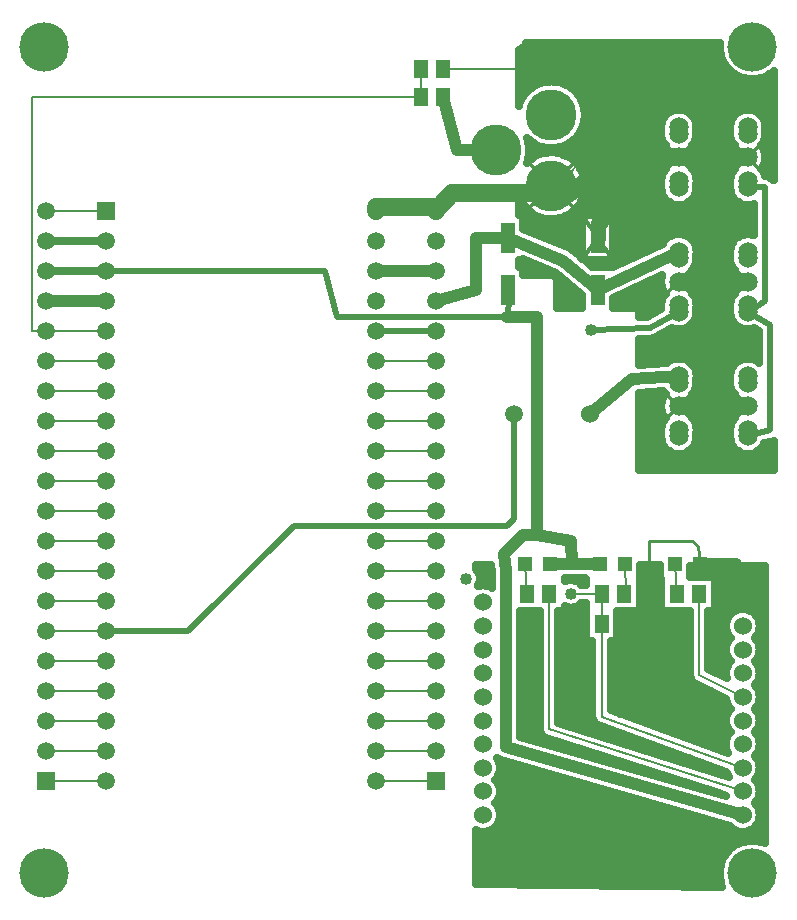
<source format=gtl>
G04 DipTrace 3.2.0.1*
G04 CM904_plus.gtl*
%MOIN*%
G04 #@! TF.FileFunction,Copper,L1,Top*
G04 #@! TF.Part,Single*
G04 #@! TA.AperFunction,CopperBalancing*
%ADD14C,0.025*%
G04 #@! TA.AperFunction,Conductor*
%ADD15C,0.02*%
G04 #@! TA.AperFunction,ViaPad*
%ADD16C,0.04*%
G04 #@! TA.AperFunction,Conductor*
%ADD17C,0.008*%
%ADD18C,0.01*%
G04 #@! TA.AperFunction,ComponentPad*
%ADD19C,0.06*%
G04 #@! TA.AperFunction,Conductor*
%ADD20C,0.05*%
G04 #@! TA.AperFunction,CopperBalancing*
%ADD21C,0.012992*%
%ADD23R,0.05X0.1*%
G04 #@! TA.AperFunction,ComponentPad*
%ADD24R,0.059055X0.059055*%
%ADD25C,0.059055*%
%ADD26C,0.17*%
%ADD28C,0.065199*%
%ADD29R,0.051181X0.059055*%
%ADD30R,0.047244X0.047244*%
G04 #@! TA.AperFunction,ComponentPad*
%ADD31C,0.06*%
G04 #@! TA.AperFunction,ViaPad*
%ADD33C,0.165*%
%FSLAX26Y26*%
G04*
G70*
G90*
G75*
G01*
G04 Top*
%LPD*%
X723386Y2523701D2*
D14*
X523386D1*
X723386D2*
D15*
X1453403D1*
X1493934Y2372437D1*
X2059385D1*
X2074693Y2458688D1*
X2063386Y2461201D1*
X2059385Y2372437D2*
D16*
X2159104D1*
Y1645242D1*
X2114064D1*
X2049916Y1581093D1*
X2055971Y1524394D1*
Y937497D1*
X2846457Y711299D1*
X2372047Y1548701D2*
X2276223D1*
X2204725D1*
X2276223D2*
X2273386Y1623701D1*
X2159104Y1645242D1*
X523386Y2623701D2*
D14*
X723386D1*
X523386Y2323701D2*
D17*
X723386D1*
X1773386Y3198701D2*
Y3103701D1*
X478386D1*
Y2323701D1*
X523386D1*
X1823386Y1723701D2*
X1623386D1*
X1823386Y1623701D2*
X1623386D1*
Y1523701D2*
X1823386D1*
X523386Y1323701D2*
X723386D1*
D15*
X998386D1*
X1350244Y1675558D1*
X2061244D1*
X2082433Y1696748D1*
Y2048701D1*
X523386Y923701D2*
D17*
X723386D1*
X1823386Y1323701D2*
X1623386D1*
Y1023701D2*
X1823386D1*
Y2323701D2*
D15*
X1623386D1*
X2863386Y2803701D2*
X2921891D1*
Y2424361D1*
X2878386Y2393701D1*
X2863386Y2388701D1*
X2938386Y2343701D1*
Y1993665D1*
X2863386Y1973701D1*
X2633386Y2388701D2*
X2537228Y2334918D1*
X2342370Y2329390D1*
X523386Y2423701D2*
D16*
X723386D1*
X1623386Y2523701D2*
X1823386D1*
X1848189Y3103701D2*
X1893347Y2926811D1*
X2023347D1*
X2704725Y1548701D2*
X2823386D1*
X2846457Y1419961D1*
X2450788Y1348701D2*
D18*
X2533386D1*
Y1624109D1*
X2678488D1*
X2696284Y1606314D1*
X2704725Y1548701D1*
X1823386Y2423701D2*
D16*
X1958386Y2461201D1*
Y2636201D1*
X2063386D1*
X2248386Y2558701D1*
X2363386Y2461201D1*
X2633386Y2588701D1*
X2338386Y2048701D2*
X2478386Y2163701D1*
X2633386Y2173701D1*
X2622047Y1548701D2*
D17*
X2625984Y1448701D1*
X2700788D2*
Y1178688D1*
X2846457Y1105000D1*
X2122047Y1548701D2*
X2125984Y1448701D1*
X523386Y2723701D2*
X665386D1*
X723386D1*
X523386Y2223701D2*
X723386D1*
X523386Y2123701D2*
X723386D1*
X523386Y2023701D2*
X723386D1*
X523386Y1723701D2*
X723386D1*
X523386Y1623701D2*
X723386D1*
X523386Y1523701D2*
X723386D1*
X523386Y1423701D2*
X723386D1*
X523386Y1223701D2*
X723386D1*
X523386Y1123701D2*
X723386D1*
X523386Y1023701D2*
X723386D1*
X523386Y823701D2*
X723386D1*
X1623386D2*
X1823386D1*
X1623386Y923701D2*
X1823386D1*
X1623386Y1123701D2*
X1823386D1*
X1623386Y1223701D2*
X1823386D1*
X1623386Y1423701D2*
X1823386D1*
X1623386Y1823701D2*
X1823386D1*
X1623386Y1923701D2*
X1823386D1*
X1623386Y2023701D2*
X1823386D1*
X1623386Y2123701D2*
X1823386D1*
X1623386Y2223701D2*
X1823386D1*
X2454725Y1548701D2*
X2458386Y1458701D1*
X2450788Y1448701D1*
X723386Y1823701D2*
X523386D1*
X2200788Y1448701D2*
Y996689D1*
X2846457Y790040D1*
X523386Y1923701D2*
X723386D1*
X2375984Y1448701D2*
Y1348701D1*
Y1038202D1*
X2846457Y868780D1*
X2273386Y1448701D2*
X2375984D1*
X1823386Y2723701D2*
D19*
Y2738701D1*
X1623386D1*
Y2723701D1*
X2208386Y2808701D2*
Y2783701D1*
X1878386D1*
X1833386Y2738701D1*
X1823386D1*
X1848189Y3198701D2*
D17*
X2318386D1*
X2393386Y2998701D1*
X2223386Y2793701D1*
D19*
X2247418Y2769670D1*
X2208386Y2808701D1*
X2633386Y2903701D2*
X2753386D1*
X2863386D1*
X2633386Y2488701D2*
X2753386D1*
X2768529D1*
X2863386D1*
X2753386D2*
Y2903701D1*
X2247418Y2769670D2*
X2368386Y2846919D1*
X2459635Y2903701D1*
X2633386D1*
X2363386Y2636201D2*
D20*
X2368386Y2748701D1*
D19*
Y2846919D1*
X2633386Y2073701D2*
X2768529D1*
X2863386D1*
X2768529Y2488701D2*
Y2073701D1*
D16*
X2342370Y2329390D3*
X2273386Y1448701D3*
D33*
X516496Y516811D3*
X2878701D3*
X516496Y3272717D3*
X2878701D3*
D16*
X1923386Y1498701D3*
X2103404Y3261332D2*
D14*
X2767788D1*
X2103404Y3236463D2*
X2773421D1*
X2103404Y3211595D2*
X2785945D1*
X2103404Y3186726D2*
X2809234D1*
X2103404Y3161857D2*
X2948393D1*
X2103404Y3136988D2*
X2143008D1*
X2273782D2*
X2948393D1*
X2103404Y3112120D2*
X2116920D1*
X2299834D2*
X2948393D1*
X2314044Y3087251D2*
X2948393D1*
X2321006Y3062382D2*
X2623928D1*
X2642842D2*
X2853946D1*
X2872871D2*
X2948393D1*
X2322118Y3037513D2*
X2582410D1*
X2684333D2*
X2812428D1*
X2914351D2*
X2948393D1*
X2317597Y3012645D2*
X2572470D1*
X2694309D2*
X2802488D1*
X2924291D2*
X2948393D1*
X2306616Y2987776D2*
X2572039D1*
X2694739D2*
X2802021D1*
X2924721D2*
X2948393D1*
X2286413Y2962907D2*
X2575125D1*
X2691653D2*
X2805107D1*
X2921671D2*
X2948393D1*
X2136776Y2938038D2*
X2174155D1*
X2242599D2*
X2582805D1*
X2683974D2*
X2812786D1*
X2913992D2*
X2948393D1*
X2136489Y2913170D2*
X2166943D1*
X2249847D2*
X2572542D1*
X2694201D2*
X2802559D1*
X2924219D2*
X2948393D1*
X2288961Y2888301D2*
X2573834D1*
X2692945D2*
X2803851D1*
X2922927D2*
X2948393D1*
X2308016Y2863432D2*
X2586034D1*
X2680745D2*
X2816016D1*
X2910726D2*
X2948393D1*
X2318314Y2838563D2*
X2573367D1*
X2693376D2*
X2803385D1*
X2935164D2*
X2948393D1*
X2322262Y2813694D2*
X2572649D1*
X2694129D2*
X2802631D1*
X2320575Y2788826D2*
X2573690D1*
X2693089D2*
X2803708D1*
X2313004Y2763957D2*
X2587147D1*
X2679632D2*
X2817164D1*
X2103404Y2739088D2*
X2118786D1*
X2297968D2*
X2882904D1*
X2103404Y2714219D2*
X2146704D1*
X2270086D2*
X2882904D1*
X2117363Y2689351D2*
X2309403D1*
X2417391D2*
X2882904D1*
X2118691Y2664482D2*
X2309403D1*
X2417391D2*
X2882904D1*
X2178079Y2639613D2*
X2309403D1*
X2417391D2*
X2600890D1*
X2665889D2*
X2830872D1*
X2237431Y2614744D2*
X2309403D1*
X2417391D2*
X2577171D1*
X2688926D2*
X2807834D1*
X2286019Y2589876D2*
X2309403D1*
X2417391D2*
X2524493D1*
X2694955D2*
X2801806D1*
X2417391Y2565007D2*
X2471815D1*
X2694919D2*
X2801842D1*
X2103404Y2540138D2*
X2169885D1*
X2344689D2*
X2419173D1*
X2688280D2*
X2808480D1*
X2117363Y2515269D2*
X2225219D1*
X2688675D2*
X2808121D1*
X2228389Y2490400D2*
X2254536D1*
X2536598D2*
X2571824D1*
X2694955D2*
X2801806D1*
X2228389Y2465532D2*
X2283889D1*
X2483920D2*
X2576525D1*
X2690254D2*
X2806543D1*
X2228389Y2440663D2*
X2309403D1*
X2431278D2*
X2580400D1*
X2686378D2*
X2810382D1*
X2228389Y2415794D2*
X2309403D1*
X2417391D2*
X2572075D1*
X2694704D2*
X2802093D1*
X2503190Y2390925D2*
X2560090D1*
X2694919D2*
X2801842D1*
X2690469Y2366057D2*
X2806291D1*
X2671020Y2341188D2*
X2825741D1*
X2581238Y2316319D2*
X2899411D1*
X2503369Y2291450D2*
X2899411D1*
X2503369Y2266582D2*
X2899411D1*
X2503369Y2241713D2*
X2899411D1*
X2503369Y2216844D2*
X2577494D1*
X2676259D2*
X2820501D1*
X2692084Y2191975D2*
X2804677D1*
X2694596Y2167107D2*
X2802165D1*
X2694094Y2142238D2*
X2802667D1*
X2503369Y2117369D2*
X2583343D1*
X2683436D2*
X2813325D1*
X2503369Y2092500D2*
X2574874D1*
X2691905D2*
X2804856D1*
X2503369Y2067631D2*
X2572111D1*
X2694668D2*
X2802093D1*
X2503369Y2042763D2*
X2580544D1*
X2686235D2*
X2810526D1*
X2503369Y2017894D2*
X2576417D1*
X2690362D2*
X2806435D1*
X2503369Y1993025D2*
X2571824D1*
X2694955D2*
X2801842D1*
X2503369Y1968156D2*
X2572039D1*
X2694704D2*
X2802057D1*
X2503369Y1943288D2*
X2580221D1*
X2686558D2*
X2810239D1*
X2916540D2*
X2948393D1*
X2503369Y1918419D2*
X2610005D1*
X2656774D2*
X2840022D1*
X2886756D2*
X2948393D1*
X2503369Y1893550D2*
X2948393D1*
X2503369Y1868681D2*
X2948393D1*
X2100851Y2537693D2*
X2114878D1*
Y2511175D1*
X2215341Y2511047D1*
X2218170Y2510250D1*
X2220733Y2508814D1*
X2222891Y2506819D1*
X2224524Y2504376D1*
X2225541Y2501619D1*
X2225886Y2498697D1*
Y2401204D1*
X2311888Y2401201D1*
X2311894Y2443882D1*
X2223809Y2518585D1*
X2114879Y2564223D1*
X2114878Y2559709D1*
X2100919D1*
X2100886Y2537705D1*
X2100851Y2712693D2*
X2114878D1*
Y2665003D1*
X2269343Y2600202D1*
X2275577Y2596413D1*
X2299473Y2576341D1*
X2311872Y2565829D1*
X2311894Y2712693D1*
X2414878D1*
Y2559709D1*
X2319089D1*
X2345045Y2537703D1*
X2414878Y2537693D1*
Y2536939D1*
X2580568Y2615174D1*
X2585580Y2623434D1*
X2591602Y2630485D1*
X2598653Y2636507D1*
X2606559Y2641352D1*
X2615126Y2644901D1*
X2624142Y2647065D1*
X2633386Y2647793D1*
X2642630Y2647065D1*
X2651646Y2644901D1*
X2660213Y2641352D1*
X2668119Y2636507D1*
X2675170Y2630485D1*
X2681192Y2623434D1*
X2686037Y2615528D1*
X2689586Y2606961D1*
X2691750Y2597945D1*
X2692478Y2588701D1*
X2691750Y2579457D1*
X2691492Y2578159D1*
X2692296Y2572077D1*
Y2562805D1*
X2690845Y2553646D1*
X2687980Y2544828D1*
X2683770Y2536566D1*
X2678320Y2529064D1*
X2677422Y2528093D1*
X2682376Y2521743D1*
X2686097Y2515411D1*
X2689003Y2508666D1*
X2691050Y2501613D1*
X2692206Y2494360D1*
X2692449Y2486864D1*
X2691765Y2479552D1*
X2690179Y2472381D1*
X2687716Y2465462D1*
X2684414Y2458902D1*
X2680323Y2452802D1*
X2677451Y2449340D1*
X2681192Y2444694D1*
X2686037Y2436788D1*
X2689586Y2428221D1*
X2691750Y2419205D1*
X2692478Y2409961D1*
X2691750Y2400717D1*
X2691492Y2399419D1*
X2692296Y2393337D1*
Y2384065D1*
X2690845Y2374906D1*
X2687980Y2366088D1*
X2683770Y2357826D1*
X2678320Y2350324D1*
X2671763Y2343767D1*
X2664261Y2338317D1*
X2655999Y2334107D1*
X2647181Y2331242D1*
X2638022Y2329791D1*
X2628750D1*
X2619591Y2331242D1*
X2610657Y2334160D1*
X2552143Y2301613D1*
X2546750Y2299690D1*
X2541122Y2298634D1*
X2500851Y2297379D1*
X2500886Y2211756D1*
X2594030Y2217751D1*
X2598653Y2221507D1*
X2606559Y2226352D1*
X2615126Y2229901D1*
X2624142Y2232065D1*
X2633386Y2232793D1*
X2642630Y2232065D1*
X2651646Y2229901D1*
X2660213Y2226352D1*
X2668119Y2221507D1*
X2675170Y2215485D1*
X2681192Y2208434D1*
X2686037Y2200528D1*
X2689586Y2191961D1*
X2691750Y2182945D1*
X2692478Y2173701D1*
X2691750Y2164457D1*
X2691492Y2163159D1*
X2692296Y2157077D1*
Y2147805D1*
X2690845Y2138646D1*
X2687980Y2129828D1*
X2683770Y2121566D1*
X2678320Y2114064D1*
X2677422Y2113093D1*
X2682376Y2106743D1*
X2686097Y2100411D1*
X2689003Y2093666D1*
X2691050Y2086613D1*
X2692206Y2079360D1*
X2692449Y2071864D1*
X2691765Y2064552D1*
X2690179Y2057381D1*
X2687716Y2050462D1*
X2684414Y2043902D1*
X2680323Y2037802D1*
X2677451Y2034340D1*
X2681192Y2029694D1*
X2686037Y2021788D1*
X2689586Y2013221D1*
X2691750Y2004205D1*
X2692478Y1994961D1*
X2691750Y1985717D1*
X2691492Y1984419D1*
X2692296Y1978337D1*
Y1969065D1*
X2690845Y1959906D1*
X2687980Y1951088D1*
X2683770Y1942826D1*
X2678320Y1935324D1*
X2671763Y1928767D1*
X2664261Y1923317D1*
X2655999Y1919107D1*
X2647181Y1916242D1*
X2638022Y1914791D1*
X2628750D1*
X2619591Y1916242D1*
X2610773Y1919107D1*
X2602511Y1923317D1*
X2595009Y1928767D1*
X2588452Y1935324D1*
X2583002Y1942826D1*
X2578792Y1951088D1*
X2575927Y1959906D1*
X2574476Y1969065D1*
Y1978337D1*
X2575280Y1984243D1*
X2574476Y1990325D1*
Y1999597D1*
X2575927Y2008756D1*
X2578792Y2017574D1*
X2583002Y2025836D1*
X2588452Y2033338D1*
X2589350Y2034309D1*
X2585401Y2039215D1*
X2581494Y2045434D1*
X2578388Y2052089D1*
X2576132Y2059078D1*
X2574760Y2066294D1*
X2574294Y2073623D1*
X2574741Y2080954D1*
X2576094Y2088173D1*
X2578331Y2095168D1*
X2581420Y2101831D1*
X2585310Y2108060D1*
X2589327Y2113068D1*
X2585580Y2117708D1*
X2581753Y2123796D1*
X2500911Y2118566D1*
X2500886Y1861168D1*
X2950897Y1861201D1*
X2950886Y1959404D1*
X2938896Y1956038D1*
X2917708Y1950398D1*
X2913770Y1942826D1*
X2908320Y1935324D1*
X2901763Y1928767D1*
X2894261Y1923317D1*
X2885999Y1919107D1*
X2877181Y1916242D1*
X2868022Y1914791D1*
X2858750D1*
X2849591Y1916242D1*
X2840773Y1919107D1*
X2832511Y1923317D1*
X2825009Y1928767D1*
X2818452Y1935324D1*
X2813002Y1942826D1*
X2808792Y1951088D1*
X2805927Y1959906D1*
X2804476Y1969065D1*
Y1978337D1*
X2805280Y1984243D1*
X2804476Y1990325D1*
Y1999597D1*
X2805927Y2008756D1*
X2808792Y2017574D1*
X2813002Y2025836D1*
X2818452Y2033338D1*
X2819350Y2034309D1*
X2815401Y2039215D1*
X2811494Y2045434D1*
X2808388Y2052089D1*
X2806132Y2059078D1*
X2804760Y2066294D1*
X2804294Y2073623D1*
X2804741Y2080954D1*
X2806094Y2088173D1*
X2808331Y2095168D1*
X2811420Y2101831D1*
X2815310Y2108060D1*
X2819327Y2113068D1*
X2815580Y2117708D1*
X2810735Y2125614D1*
X2807186Y2134181D1*
X2805022Y2143197D1*
X2804294Y2152441D1*
X2805022Y2161685D1*
X2805280Y2162983D1*
X2804476Y2169065D1*
Y2178337D1*
X2805927Y2187496D1*
X2808792Y2196314D1*
X2813002Y2204576D1*
X2818452Y2212078D1*
X2825009Y2218635D1*
X2832511Y2224085D1*
X2840773Y2228295D1*
X2849591Y2231160D1*
X2858750Y2232611D1*
X2868022D1*
X2877181Y2231160D1*
X2885999Y2228295D1*
X2894261Y2224085D1*
X2901883Y2218524D1*
X2901894Y2323046D1*
X2884440Y2333512D1*
X2877181Y2331242D1*
X2868022Y2329791D1*
X2858750D1*
X2849591Y2331242D1*
X2840773Y2334107D1*
X2832511Y2338317D1*
X2825009Y2343767D1*
X2818452Y2350324D1*
X2813002Y2357826D1*
X2808792Y2366088D1*
X2805927Y2374906D1*
X2804476Y2384065D1*
Y2393337D1*
X2805280Y2399243D1*
X2804476Y2405325D1*
Y2414597D1*
X2805927Y2423756D1*
X2808792Y2432574D1*
X2813002Y2440836D1*
X2818452Y2448338D1*
X2819350Y2449309D1*
X2815401Y2454215D1*
X2811494Y2460434D1*
X2808388Y2467089D1*
X2806132Y2474078D1*
X2804760Y2481294D1*
X2804294Y2488623D1*
X2804741Y2495954D1*
X2806094Y2503173D1*
X2808331Y2510168D1*
X2811420Y2516831D1*
X2815310Y2523060D1*
X2819327Y2528068D1*
X2815580Y2532708D1*
X2810735Y2540614D1*
X2807186Y2549181D1*
X2805022Y2558197D1*
X2804294Y2567441D1*
X2805022Y2576685D1*
X2805280Y2577983D1*
X2804476Y2584065D1*
Y2593337D1*
X2805927Y2602496D1*
X2808792Y2611314D1*
X2813002Y2619576D1*
X2818452Y2627078D1*
X2825009Y2633635D1*
X2832511Y2639085D1*
X2840773Y2643295D1*
X2849591Y2646160D1*
X2858750Y2647611D1*
X2868022D1*
X2877181Y2646160D1*
X2885404Y2643514D1*
X2885399Y2748862D1*
X2877181Y2746242D1*
X2868022Y2744791D1*
X2858750D1*
X2849591Y2746242D1*
X2840773Y2749107D1*
X2832511Y2753317D1*
X2825009Y2758767D1*
X2818452Y2765324D1*
X2813002Y2772826D1*
X2808792Y2781088D1*
X2805927Y2789906D1*
X2804476Y2799065D1*
Y2808337D1*
X2805280Y2814243D1*
X2804476Y2820325D1*
Y2829597D1*
X2805927Y2838756D1*
X2808792Y2847574D1*
X2813002Y2855836D1*
X2818452Y2863338D1*
X2819350Y2864309D1*
X2815401Y2869215D1*
X2811494Y2875434D1*
X2808388Y2882089D1*
X2806132Y2889078D1*
X2804760Y2896294D1*
X2804294Y2903623D1*
X2804741Y2910954D1*
X2806094Y2918173D1*
X2808331Y2925168D1*
X2811420Y2931831D1*
X2815310Y2938060D1*
X2819327Y2943068D1*
X2815580Y2947708D1*
X2810735Y2955614D1*
X2807186Y2964181D1*
X2805022Y2973197D1*
X2804294Y2982441D1*
X2805022Y2991685D1*
X2805280Y2992983D1*
X2804476Y2999065D1*
Y3008337D1*
X2805927Y3017496D1*
X2808792Y3026314D1*
X2813002Y3034576D1*
X2818452Y3042078D1*
X2825009Y3048635D1*
X2832511Y3054085D1*
X2840773Y3058295D1*
X2849591Y3061160D1*
X2858750Y3062611D1*
X2868022D1*
X2877181Y3061160D1*
X2885999Y3058295D1*
X2894261Y3054085D1*
X2901763Y3048635D1*
X2908320Y3042078D1*
X2913770Y3034576D1*
X2917980Y3026314D1*
X2920845Y3017496D1*
X2922296Y3008337D1*
Y2999065D1*
X2921492Y2993159D1*
X2922296Y2987077D1*
Y2977805D1*
X2920845Y2968646D1*
X2917980Y2959828D1*
X2913770Y2951566D1*
X2908320Y2944064D1*
X2907422Y2943093D1*
X2912376Y2936743D1*
X2916097Y2930411D1*
X2919003Y2923666D1*
X2921050Y2916613D1*
X2922206Y2909360D1*
X2922449Y2901864D1*
X2921765Y2894552D1*
X2920179Y2887381D1*
X2917716Y2880462D1*
X2914414Y2873902D1*
X2910323Y2867802D1*
X2907451Y2864340D1*
X2911192Y2859694D1*
X2916037Y2851788D1*
X2919586Y2843221D1*
X2920437Y2840203D1*
X2927600Y2839744D1*
X2933168Y2838407D1*
X2938458Y2836216D1*
X2943341Y2833224D1*
X2947695Y2829505D1*
X2949647Y2827392D1*
X2950886Y2831641D1*
Y3191021D1*
X2942765Y3184540D1*
X2935649Y3179786D1*
X2928182Y3175604D1*
X2920410Y3172021D1*
X2912381Y3169059D1*
X2904145Y3166736D1*
X2895751Y3165067D1*
X2887252Y3164061D1*
X2878701Y3163725D1*
X2870150Y3164061D1*
X2861651Y3165067D1*
X2853257Y3166736D1*
X2845021Y3169059D1*
X2836992Y3172021D1*
X2829220Y3175604D1*
X2821753Y3179786D1*
X2814637Y3184540D1*
X2807916Y3189839D1*
X2801632Y3195648D1*
X2795823Y3201932D1*
X2790525Y3208653D1*
X2785770Y3215769D1*
X2781588Y3223235D1*
X2778006Y3231007D1*
X2775043Y3239036D1*
X2772720Y3247273D1*
X2771051Y3255667D1*
X2770045Y3264165D1*
X2769709Y3272717D1*
X2770045Y3281268D1*
X2770473Y3286201D1*
X2125311D1*
X2123128Y3280999D1*
X2119931Y3275782D1*
X2115958Y3271129D1*
X2111305Y3267156D1*
X2106088Y3263959D1*
X2100895Y3261787D1*
X2100886Y3074461D1*
X2105381Y3087588D1*
X2109046Y3095538D1*
X2113323Y3103176D1*
X2118187Y3110455D1*
X2123607Y3117330D1*
X2129549Y3123758D1*
X2135978Y3129701D1*
X2142853Y3135120D1*
X2150132Y3139984D1*
X2157770Y3144262D1*
X2165720Y3147927D1*
X2173933Y3150957D1*
X2182359Y3153333D1*
X2190945Y3155041D1*
X2199638Y3156070D1*
X2208386Y3156413D1*
X2217134Y3156070D1*
X2225827Y3155041D1*
X2234413Y3153333D1*
X2242839Y3150957D1*
X2251052Y3147927D1*
X2259002Y3144262D1*
X2266640Y3139984D1*
X2273919Y3135120D1*
X2280794Y3129701D1*
X2287223Y3123758D1*
X2293165Y3117330D1*
X2298585Y3110455D1*
X2303449Y3103176D1*
X2307726Y3095538D1*
X2311391Y3087588D1*
X2314421Y3079374D1*
X2316798Y3070949D1*
X2318505Y3062363D1*
X2319534Y3053669D1*
X2319878Y3044921D1*
X2319534Y3036174D1*
X2318505Y3027480D1*
X2316798Y3018894D1*
X2314421Y3010469D1*
X2311391Y3002255D1*
X2307726Y2994305D1*
X2303449Y2986667D1*
X2298585Y2979388D1*
X2293165Y2972513D1*
X2287223Y2966085D1*
X2280794Y2960142D1*
X2273919Y2954723D1*
X2266640Y2949859D1*
X2259002Y2945581D1*
X2251052Y2941916D1*
X2242839Y2938886D1*
X2234413Y2936510D1*
X2225827Y2934802D1*
X2217134Y2933773D1*
X2208386Y2933429D1*
X2199638Y2933773D1*
X2190945Y2934802D1*
X2182359Y2936510D1*
X2173933Y2938886D1*
X2165720Y2941916D1*
X2157770Y2945581D1*
X2150132Y2949859D1*
X2142853Y2954723D1*
X2135978Y2960142D1*
X2129549Y2966085D1*
X2126323Y2969575D1*
X2129382Y2961264D1*
X2131758Y2952839D1*
X2133466Y2944252D1*
X2134495Y2935559D1*
X2134839Y2926811D1*
X2134495Y2918064D1*
X2133466Y2909370D1*
X2131758Y2900784D1*
X2129382Y2892358D1*
X2126614Y2884489D1*
X2134495Y2892191D1*
X2143097Y2899077D1*
X2152337Y2905080D1*
X2162125Y2910142D1*
X2172364Y2914214D1*
X2182956Y2917254D1*
X2193795Y2919234D1*
X2204778Y2920135D1*
X2215795Y2919947D1*
X2226740Y2918672D1*
X2237506Y2916323D1*
X2247988Y2912923D1*
X2258082Y2908505D1*
X2267691Y2903111D1*
X2276721Y2896796D1*
X2285084Y2889620D1*
X2292697Y2881654D1*
X2299486Y2872975D1*
X2305386Y2863669D1*
X2310338Y2853825D1*
X2314295Y2843541D1*
X2317217Y2832916D1*
X2319075Y2822055D1*
X2319853Y2811063D1*
X2319636Y2801357D1*
X2318368Y2790411D1*
X2316025Y2779644D1*
X2312631Y2769161D1*
X2308219Y2759063D1*
X2302831Y2749451D1*
X2296521Y2740418D1*
X2289351Y2732051D1*
X2281389Y2724433D1*
X2272714Y2717638D1*
X2263411Y2711733D1*
X2253570Y2706775D1*
X2243288Y2702813D1*
X2232665Y2699885D1*
X2221805Y2698019D1*
X2210814Y2697235D1*
X2199799Y2697540D1*
X2188868Y2698931D1*
X2178127Y2701394D1*
X2167683Y2704905D1*
X2157635Y2709430D1*
X2148084Y2714924D1*
X2139121Y2721335D1*
X2130835Y2728599D1*
X2123307Y2736645D1*
X2116610Y2745395D1*
X2110809Y2754764D1*
X2105961Y2764660D1*
X2102114Y2774985D1*
X2100885Y2779149D1*
X2100886Y2712676D1*
X2414878Y2434095D2*
Y2401225D1*
X2490341Y2401047D1*
X2493170Y2400250D1*
X2495733Y2398814D1*
X2497891Y2396819D1*
X2499524Y2394376D1*
X2500541Y2391619D1*
X2500886Y2388697D1*
Y2370364D1*
X2527432Y2371251D1*
X2575022Y2397945D1*
X2575280Y2399243D1*
X2574476Y2405325D1*
Y2414597D1*
X2575927Y2423756D1*
X2578792Y2432574D1*
X2583002Y2440836D1*
X2588452Y2448338D1*
X2589350Y2449309D1*
X2585401Y2454215D1*
X2581494Y2460434D1*
X2578388Y2467089D1*
X2576132Y2474078D1*
X2574760Y2481294D1*
X2574294Y2488623D1*
X2574741Y2495954D1*
X2576094Y2503173D1*
X2578331Y2510168D1*
X2578898Y2511557D1*
X2414906Y2434115D1*
X2692296Y2999065D2*
X2691492Y2993159D1*
X2692296Y2987077D1*
Y2977805D1*
X2690845Y2968646D1*
X2687980Y2959828D1*
X2683770Y2951566D1*
X2678320Y2944064D1*
X2677422Y2943093D1*
X2682376Y2936743D1*
X2686097Y2930411D1*
X2689003Y2923666D1*
X2691050Y2916613D1*
X2692206Y2909360D1*
X2692449Y2901864D1*
X2691765Y2894552D1*
X2690179Y2887381D1*
X2687716Y2880462D1*
X2684414Y2873902D1*
X2680323Y2867802D1*
X2677451Y2864340D1*
X2681192Y2859694D1*
X2686037Y2851788D1*
X2689586Y2843221D1*
X2691750Y2834205D1*
X2692478Y2824961D1*
X2691750Y2815717D1*
X2691492Y2814419D1*
X2692296Y2808337D1*
Y2799065D1*
X2690845Y2789906D1*
X2687980Y2781088D1*
X2683770Y2772826D1*
X2678320Y2765324D1*
X2671763Y2758767D1*
X2664261Y2753317D1*
X2655999Y2749107D1*
X2647181Y2746242D1*
X2638022Y2744791D1*
X2628750D1*
X2619591Y2746242D1*
X2610773Y2749107D1*
X2602511Y2753317D1*
X2595009Y2758767D1*
X2588452Y2765324D1*
X2583002Y2772826D1*
X2578792Y2781088D1*
X2575927Y2789906D1*
X2574476Y2799065D1*
Y2808337D1*
X2575280Y2814243D1*
X2574476Y2820325D1*
Y2829597D1*
X2575927Y2838756D1*
X2578792Y2847574D1*
X2583002Y2855836D1*
X2588452Y2863338D1*
X2589350Y2864309D1*
X2585401Y2869215D1*
X2581494Y2875434D1*
X2578388Y2882089D1*
X2576132Y2889078D1*
X2574760Y2896294D1*
X2574294Y2903623D1*
X2574741Y2910954D1*
X2576094Y2918173D1*
X2578331Y2925168D1*
X2581420Y2931831D1*
X2585310Y2938060D1*
X2589327Y2943068D1*
X2585580Y2947708D1*
X2580735Y2955614D1*
X2577186Y2964181D1*
X2575022Y2973197D1*
X2574294Y2982441D1*
X2575022Y2991685D1*
X2575280Y2992983D1*
X2574476Y2999065D1*
Y3008337D1*
X2575927Y3017496D1*
X2578792Y3026314D1*
X2583002Y3034576D1*
X2588452Y3042078D1*
X2595009Y3048635D1*
X2602511Y3054085D1*
X2610773Y3058295D1*
X2619591Y3061160D1*
X2628750Y3062611D1*
X2638022D1*
X2647181Y3061160D1*
X2655999Y3058295D1*
X2664261Y3054085D1*
X2671763Y3048635D1*
X2678320Y3042078D1*
X2683770Y3034576D1*
X2687980Y3026314D1*
X2690845Y3017496D1*
X2692296Y3008337D1*
Y2999065D1*
X2311914Y2712663D2*
D21*
X2414858Y2559739D1*
Y2712663D2*
X2311914Y2559739D1*
X2129575Y2887512D2*
X2287197Y2729890D1*
Y2887512D2*
X2129575Y2729890D1*
X2591627Y2945460D2*
X2675145Y2861942D1*
Y2945460D2*
X2591627Y2861942D1*
X2821627Y2945460D2*
X2905145Y2861942D1*
Y2945460D2*
X2821627Y2861942D1*
Y2530460D2*
X2863386Y2488701D1*
X2821627Y2446942D1*
X2633386Y2488701D2*
X2675145Y2446942D1*
Y2530460D2*
X2591627Y2446942D1*
Y2115460D2*
X2675145Y2031942D1*
Y2115460D2*
X2591627Y2031942D1*
X2821627Y2115460D2*
X2863386Y2073701D1*
X2821627Y2031942D1*
X1966514Y1521332D2*
D14*
X2006979D1*
X2507324D2*
X2569428D1*
X2674652D2*
X2918402D1*
X1972327Y1496463D2*
X2006979D1*
X2255382D2*
X2321396D1*
X2505387D2*
X2571401D1*
X2755356D2*
X2918402D1*
X2505387Y1471595D2*
X2571401D1*
X2755356D2*
X2918402D1*
X2505387Y1446726D2*
X2571401D1*
X2755356D2*
X2918402D1*
X2505387Y1421857D2*
X2571401D1*
X2755356D2*
X2918402D1*
X2255382Y1396988D2*
X2321396D1*
X2505387D2*
X2571401D1*
X2755356D2*
X2834935D1*
X2857985D2*
X2918402D1*
X2104955Y1372120D2*
X2167812D1*
X2233779D2*
X2321396D1*
X2430568D2*
X2667786D1*
X2733789D2*
X2796646D1*
X2896237D2*
X2918402D1*
X2104955Y1347251D2*
X2167812D1*
X2233779D2*
X2321396D1*
X2430568D2*
X2667786D1*
X2733789D2*
X2787783D1*
X2905136D2*
X2918402D1*
X2104955Y1322382D2*
X2167812D1*
X2233779D2*
X2321396D1*
X2430568D2*
X2667786D1*
X2733789D2*
X2790690D1*
X2902230D2*
X2918402D1*
X2104955Y1297513D2*
X2167812D1*
X2233779D2*
X2321396D1*
X2430568D2*
X2667786D1*
X2733789D2*
X2799625D1*
X2893259D2*
X2918402D1*
X2104955Y1272645D2*
X2167812D1*
X2233779D2*
X2342999D1*
X2408966D2*
X2667786D1*
X2733789D2*
X2788393D1*
X2904526D2*
X2918402D1*
X2104955Y1247776D2*
X2167812D1*
X2233779D2*
X2342999D1*
X2408966D2*
X2667786D1*
X2733789D2*
X2789398D1*
X2903486D2*
X2918402D1*
X2104955Y1222907D2*
X2167812D1*
X2233779D2*
X2342999D1*
X2408966D2*
X2667786D1*
X2733789D2*
X2803249D1*
X2889670D2*
X2918402D1*
X2104955Y1198038D2*
X2167812D1*
X2233779D2*
X2342999D1*
X2408966D2*
X2667786D1*
X2733789D2*
X2789290D1*
X2903593D2*
X2918402D1*
X2104955Y1173170D2*
X2167812D1*
X2233779D2*
X2342999D1*
X2408966D2*
X2668289D1*
X2904455D2*
X2918402D1*
X2104955Y1148301D2*
X2167812D1*
X2233779D2*
X2342999D1*
X2408966D2*
X2690824D1*
X2892936D2*
X2918402D1*
X2104955Y1123432D2*
X2167812D1*
X2233779D2*
X2342999D1*
X2408966D2*
X2739985D1*
X2902373D2*
X2918402D1*
X2104955Y1098563D2*
X2167812D1*
X2233779D2*
X2342999D1*
X2408966D2*
X2787819D1*
X2905065D2*
X2918402D1*
X2104955Y1073694D2*
X2167812D1*
X2233779D2*
X2342999D1*
X2408966D2*
X2796934D1*
X2895986D2*
X2918402D1*
X2104955Y1048826D2*
X2167812D1*
X2233779D2*
X2342999D1*
X2438965D2*
X2792161D1*
X2900759D2*
X2918402D1*
X2104955Y1023957D2*
X2167812D1*
X2233779D2*
X2346515D1*
X2508042D2*
X2787496D1*
X2905388D2*
X2918402D1*
X2104955Y999088D2*
X2167812D1*
X2295823D2*
X2392088D1*
X2577083D2*
X2794422D1*
X2898498D2*
X2918402D1*
X2104955Y974219D2*
X2177680D1*
X2373512D2*
X2461165D1*
X2646160D2*
X2794170D1*
X2898749D2*
X2918402D1*
X2186053Y949351D2*
X2246147D1*
X2451237D2*
X2530206D1*
X2715201D2*
X2787496D1*
X2905424D2*
X2918402D1*
X2272965Y924482D2*
X2323872D1*
X2528927D2*
X2599283D1*
X2784279D2*
X2792376D1*
X2900543D2*
X2918402D1*
X2359876Y899613D2*
X2401562D1*
X2606616D2*
X2668325D1*
X2896309D2*
X2918402D1*
X2039000Y874744D2*
X2103759D1*
X2446752D2*
X2479251D1*
X2684341D2*
X2737402D1*
X2905136D2*
X2918402D1*
X2036057Y849876D2*
X2190670D1*
X2533663D2*
X2556976D1*
X2762030D2*
X2790726D1*
X2902194D2*
X2918402D1*
X2027194Y825007D2*
X2277582D1*
X2620575D2*
X2634665D1*
X2893331D2*
X2918402D1*
X2038390Y800138D2*
X2364493D1*
X2904526D2*
X2918402D1*
X2037349Y775269D2*
X2451405D1*
X2903486D2*
X2918402D1*
X2023606Y750400D2*
X2538316D1*
X2889742D2*
X2918402D1*
X2037493Y725532D2*
X2625228D1*
X2903629D2*
X2918402D1*
X2038282Y700663D2*
X2712139D1*
X2904455D2*
X2918402D1*
X2026763Y675794D2*
X2799051D1*
X2892900D2*
X2918402D1*
X1958404Y650925D2*
X2918402D1*
X1958404Y626057D2*
X2918402D1*
X1958404Y601188D2*
X2807196D1*
X1958404Y576319D2*
X2784876D1*
X1958404Y551450D2*
X2772855D1*
X1958404Y526582D2*
X2767652D1*
X1958404Y501713D2*
X2768262D1*
X2377280Y476844D2*
X2774793D1*
X2502870Y1498584D2*
Y1392681D1*
X2428052D1*
X2428067Y1292681D1*
X2406501D1*
X2406477Y1059654D1*
X2797905Y918673D1*
X2794265Y925901D1*
X2791526Y934332D1*
X2790139Y943088D1*
Y951952D1*
X2791526Y960708D1*
X2794265Y969138D1*
X2798289Y977037D1*
X2803500Y984209D1*
X2805958Y986868D1*
X2800754Y993055D1*
X2796122Y1000613D1*
X2792730Y1008803D1*
X2790660Y1017423D1*
X2789965Y1026260D1*
X2790660Y1035097D1*
X2792730Y1043717D1*
X2796122Y1051907D1*
X2800754Y1059465D1*
X2805958Y1065608D1*
X2800754Y1071795D1*
X2796122Y1079353D1*
X2792730Y1087543D1*
X2790660Y1096163D1*
X2790296Y1099243D1*
X2684931Y1152643D1*
X2681052Y1155444D1*
X2677659Y1158817D1*
X2674835Y1162680D1*
X2672651Y1166937D1*
X2671159Y1171483D1*
X2670397Y1176207D1*
X2670295Y1242992D1*
X2670193Y1392681D1*
X2573902D1*
Y1498576D1*
X2571933Y1498587D1*
Y1543047D1*
X2504835Y1543365D1*
X2504839Y1498587D1*
X2502865D1*
X2323914Y1392681D2*
X2323902Y1418195D1*
X2308486Y1418209D1*
X2303580Y1413348D1*
X2297678Y1409060D1*
X2291178Y1405748D1*
X2284239Y1403493D1*
X2277034Y1402352D1*
X2269738D1*
X2262533Y1403493D1*
X2255594Y1405748D1*
X2252862Y1407008D1*
X2252870Y1392681D1*
X2231304D1*
X2231280Y1018916D1*
X2799728Y837011D1*
X2796122Y843133D1*
X2792730Y851323D1*
X2791407Y856187D1*
X2363434Y1010413D1*
X2359242Y1012718D1*
X2355461Y1015651D1*
X2352186Y1019139D1*
X2349497Y1023097D1*
X2347460Y1027426D1*
X2346125Y1032021D1*
X2345526Y1036778D1*
X2345390Y1292681D1*
X2323902D1*
Y1392690D1*
Y1479198D2*
Y1498576D1*
X2321933Y1498587D1*
Y1502211D1*
X2254871Y1502209D1*
X2254839Y1498587D1*
X2252865D1*
X2252870Y1490403D1*
X2259019Y1492918D1*
X2266113Y1494621D1*
X2273386Y1495193D1*
X2280659Y1494621D1*
X2287753Y1492918D1*
X2294493Y1490126D1*
X2300713Y1486314D1*
X2306261Y1481576D1*
X2308458Y1479199D1*
X2323875Y1479193D1*
X2672189Y1504721D2*
X2752870D1*
Y1392681D1*
X2731304D1*
X2731280Y1197404D1*
X2792713Y1166358D1*
X2790660Y1174903D1*
X2789965Y1183740D1*
X2790660Y1192578D1*
X2792730Y1201197D1*
X2796122Y1209387D1*
X2800754Y1216946D1*
X2805958Y1223088D1*
X2800754Y1229275D1*
X2796122Y1236834D1*
X2792730Y1245024D1*
X2790660Y1253643D1*
X2789965Y1262481D1*
X2790660Y1271318D1*
X2792730Y1279938D1*
X2796122Y1288127D1*
X2800754Y1295686D1*
X2805958Y1301828D1*
X2800754Y1308015D1*
X2796122Y1315574D1*
X2792730Y1323764D1*
X2790660Y1332383D1*
X2789965Y1341221D1*
X2790660Y1350058D1*
X2792730Y1358678D1*
X2796122Y1366868D1*
X2800754Y1374426D1*
X2806511Y1381167D1*
X2813252Y1386924D1*
X2820810Y1391556D1*
X2829000Y1394948D1*
X2837620Y1397017D1*
X2846457Y1397713D1*
X2855294Y1397017D1*
X2863914Y1394948D1*
X2872104Y1391556D1*
X2879662Y1386924D1*
X2886403Y1381167D1*
X2892160Y1374426D1*
X2896792Y1366868D1*
X2900184Y1358678D1*
X2902254Y1350058D1*
X2902949Y1341221D1*
X2902254Y1332383D1*
X2900184Y1323764D1*
X2896792Y1315574D1*
X2892160Y1308015D1*
X2886956Y1301873D1*
X2892160Y1295686D1*
X2896792Y1288127D1*
X2900184Y1279938D1*
X2902254Y1271318D1*
X2902949Y1262481D1*
X2902254Y1253643D1*
X2900184Y1245024D1*
X2896792Y1236834D1*
X2892160Y1229275D1*
X2886956Y1223133D1*
X2892160Y1216946D1*
X2896792Y1209387D1*
X2900184Y1201197D1*
X2902254Y1192578D1*
X2902949Y1183740D1*
X2902254Y1174903D1*
X2900184Y1166283D1*
X2896792Y1158093D1*
X2892160Y1150535D1*
X2886956Y1144392D1*
X2892160Y1138205D1*
X2896792Y1130647D1*
X2900184Y1122457D1*
X2902254Y1113838D1*
X2902949Y1105000D1*
X2902254Y1096163D1*
X2900184Y1087543D1*
X2896792Y1079353D1*
X2892160Y1071795D1*
X2886956Y1065652D1*
X2892160Y1059465D1*
X2896792Y1051907D1*
X2900184Y1043717D1*
X2902254Y1035097D1*
X2902949Y1026260D1*
X2902254Y1017423D1*
X2900184Y1008803D1*
X2896792Y1000613D1*
X2892160Y993055D1*
X2886956Y986912D1*
X2892160Y980725D1*
X2896792Y973167D1*
X2900184Y964977D1*
X2902254Y956357D1*
X2902949Y947520D1*
X2902254Y938683D1*
X2900184Y930063D1*
X2896792Y921873D1*
X2892160Y914315D1*
X2886956Y908172D1*
X2892160Y901985D1*
X2896792Y894427D1*
X2900184Y886237D1*
X2902254Y877617D1*
X2902949Y868780D1*
X2902254Y859942D1*
X2900184Y851323D1*
X2896792Y843133D1*
X2892160Y835575D1*
X2886956Y829432D1*
X2892160Y823245D1*
X2896792Y815686D1*
X2900184Y807497D1*
X2902254Y798877D1*
X2902949Y790040D1*
X2902254Y781202D1*
X2900184Y772583D1*
X2896792Y764393D1*
X2892160Y756834D1*
X2886956Y750692D1*
X2892160Y744505D1*
X2896792Y736946D1*
X2900184Y728756D1*
X2902254Y720137D1*
X2902949Y711299D1*
X2902254Y702462D1*
X2900184Y693842D1*
X2896792Y685653D1*
X2892160Y678094D1*
X2886403Y671353D1*
X2879662Y665596D1*
X2872104Y660965D1*
X2863914Y657572D1*
X2855294Y655503D1*
X2846457Y654807D1*
X2837620Y655503D1*
X2829000Y657572D1*
X2820810Y660965D1*
X2813252Y665596D1*
X2806511Y671353D1*
X2802867Y675414D1*
X2039713Y893940D1*
X2033100Y897019D1*
X2027038Y901105D1*
X2030650Y894427D1*
X2034042Y886237D1*
X2036112Y877617D1*
X2036807Y868780D1*
X2036112Y859942D1*
X2034042Y851323D1*
X2030650Y843133D1*
X2026018Y835575D1*
X2020814Y829432D1*
X2026018Y823245D1*
X2030650Y815686D1*
X2034042Y807497D1*
X2036112Y798877D1*
X2036807Y790040D1*
X2036112Y781202D1*
X2034042Y772583D1*
X2030650Y764393D1*
X2026018Y756834D1*
X2020814Y750692D1*
X2026018Y744505D1*
X2030650Y736946D1*
X2034042Y728756D1*
X2036112Y720137D1*
X2036807Y711299D1*
X2036112Y702462D1*
X2034042Y693842D1*
X2030650Y685653D1*
X2026018Y678094D1*
X2020261Y671353D1*
X2013520Y665596D1*
X2005962Y660965D1*
X1997772Y657572D1*
X1989152Y655503D1*
X1980315Y654807D1*
X1971478Y655503D1*
X1962858Y657572D1*
X1955880Y660406D1*
X1955886Y481063D1*
X2779033Y472761D1*
X2775043Y483131D1*
X2772720Y491368D1*
X2771051Y499761D1*
X2770045Y508260D1*
X2769709Y516811D1*
X2770045Y525363D1*
X2771051Y533861D1*
X2772720Y542255D1*
X2775043Y550492D1*
X2778005Y558521D1*
X2781588Y566293D1*
X2785770Y573759D1*
X2790525Y580875D1*
X2795823Y587596D1*
X2801632Y593880D1*
X2807916Y599689D1*
X2814637Y604988D1*
X2821753Y609742D1*
X2829220Y613924D1*
X2836992Y617507D1*
X2845021Y620469D1*
X2853257Y622792D1*
X2861651Y624461D1*
X2870150Y625467D1*
X2878701Y625803D1*
X2887252Y625467D1*
X2895751Y624461D1*
X2904145Y622792D1*
X2912381Y620469D1*
X2920866Y617297D1*
X2920886Y1541291D1*
X2672197Y1542520D1*
X2672162Y1504697D1*
X2148678Y1392681D2*
X2102459D1*
X2102463Y972531D1*
X2791906Y775267D1*
X2767169Y783400D1*
X2189243Y968467D1*
X2184970Y970620D1*
X2181087Y973416D1*
X2177689Y976784D1*
X2174859Y980643D1*
X2172668Y984896D1*
X2171170Y989440D1*
X2170400Y994163D1*
X2170295Y1051807D1*
X2170193Y1392681D1*
X2148705Y1392717D1*
X1962484Y1473550D2*
X1971478Y1475757D1*
X1980315Y1476453D1*
X1989152Y1475757D1*
X1997772Y1473688D1*
X2005962Y1470296D1*
X2009485Y1468323D1*
X2009479Y1521940D1*
X2006918Y1545896D1*
X1955886Y1546138D1*
Y1531967D1*
X1960999Y1526028D1*
X1964811Y1519808D1*
X1967603Y1513068D1*
X1969306Y1505974D1*
X1969878Y1498701D1*
X1969306Y1491428D1*
X1967603Y1484334D1*
X1964811Y1477594D1*
X1962465Y1473567D1*
D23*
X2063386Y2461201D3*
Y2636201D3*
X2363386D3*
Y2461201D3*
D24*
X723386Y2723701D3*
D25*
Y2623701D3*
Y2523701D3*
Y2423701D3*
Y2323701D3*
Y2223701D3*
Y2123701D3*
Y2023701D3*
Y1923701D3*
Y1823701D3*
Y1723701D3*
Y1623701D3*
Y1523701D3*
Y1423701D3*
Y1323701D3*
Y1223701D3*
Y1123701D3*
Y1023701D3*
Y923701D3*
Y823701D3*
X1623386D3*
Y923701D3*
Y1023701D3*
Y1123701D3*
Y1223701D3*
Y1323701D3*
Y1423701D3*
Y1523701D3*
Y1623701D3*
Y1723701D3*
Y1823701D3*
Y1923701D3*
Y2023701D3*
Y2123701D3*
Y2223701D3*
Y2323701D3*
Y2423701D3*
Y2523701D3*
Y2623701D3*
Y2723701D3*
D26*
X2208386Y2808701D3*
Y3044921D3*
X2023347Y2926811D3*
D24*
X523386Y823701D3*
D25*
Y923701D3*
Y1023701D3*
Y1123701D3*
Y1223701D3*
Y1323701D3*
Y1423701D3*
Y1523701D3*
Y1623701D3*
Y1723701D3*
Y1823701D3*
Y1923701D3*
Y2023701D3*
Y2123701D3*
Y2223701D3*
Y2323701D3*
Y2423701D3*
Y2523701D3*
Y2623701D3*
Y2723701D3*
D24*
X1823386Y823701D3*
D25*
Y923701D3*
Y1023701D3*
Y1123701D3*
Y1223701D3*
Y1323701D3*
Y1423701D3*
Y1523701D3*
Y1623701D3*
Y1723701D3*
Y1823701D3*
Y1923701D3*
Y2023701D3*
Y2123701D3*
Y2223701D3*
Y2323701D3*
Y2423701D3*
Y2523701D3*
Y2623701D3*
Y2723701D3*
D28*
X2633386Y3003701D3*
Y2903701D3*
Y2803701D3*
Y2982441D3*
Y2824961D3*
X2863386Y3003701D3*
Y2903701D3*
Y2803701D3*
Y2982441D3*
Y2824961D3*
Y2588701D3*
Y2488701D3*
Y2388701D3*
Y2567441D3*
Y2409961D3*
X2633386Y2588701D3*
Y2488701D3*
Y2388701D3*
Y2567441D3*
Y2409961D3*
Y2173701D3*
Y2073701D3*
Y1973701D3*
Y2152441D3*
Y1994961D3*
X2863386Y2173701D3*
Y2073701D3*
Y1973701D3*
Y2152441D3*
Y1994961D3*
D29*
X2450788Y1448701D3*
X2375984D3*
X2625984D3*
X2700788D3*
X2125984D3*
X2200788D3*
X2375984Y1348701D3*
X2450788D3*
X1773386Y3198701D3*
X1848189D3*
X1773386Y3103701D3*
X1848189D3*
D30*
X2622047Y1548701D3*
X2704725D3*
X2372047D3*
X2454725D3*
D19*
X2338386Y2048701D3*
D25*
X2082433D3*
D30*
X2204725Y1548701D3*
X2122047D3*
D31*
X2846457Y1419961D3*
Y1341221D3*
Y1262481D3*
Y1183740D3*
Y1105000D3*
Y1026260D3*
Y947520D3*
Y868780D3*
Y790040D3*
Y711299D3*
X1980315Y1419961D3*
Y1341221D3*
Y1262481D3*
Y1183740D3*
Y1105000D3*
Y1026260D3*
Y947520D3*
Y868780D3*
Y790040D3*
Y711299D3*
M02*

</source>
